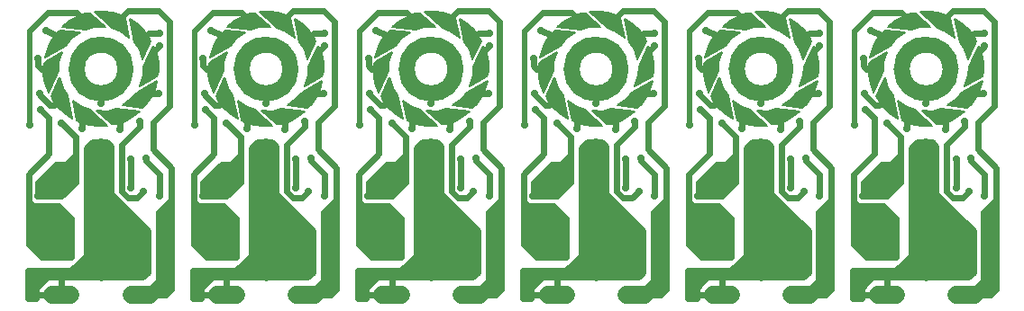
<source format=gbr>
%FSLAX34Y34*%
%MOMM*%
%LNCOPPER_TOP*%
G71*
G01*
%ADD10C, 0.700*%
%ADD11C, 0.600*%
%ADD12C, 1.700*%
%ADD13C, 0.500*%
%ADD14C, 0.150*%
%ADD15R, 0.900X0.900*%
%ADD16C, 1.500*%
%LPD*%
X84000Y-116000D02*
G54D10*
D03*
X139000Y-50000D02*
G54D10*
D03*
G54D11*
X122000Y-57000D02*
X129000Y-50000D01*
X139000Y-50000D01*
X139000Y-62000D02*
G54D10*
D03*
X138000Y-107000D02*
G54D10*
D03*
G54D11*
X122000Y-111000D02*
X126000Y-107000D01*
X138000Y-107000D01*
G54D11*
X84000Y-116000D02*
X84000Y-107000D01*
X102000Y-141000D02*
G54D10*
D03*
X66000Y-140000D02*
G54D10*
D03*
G54D11*
X98000Y-128000D02*
X102000Y-132000D01*
X102000Y-141000D01*
G54D11*
X70000Y-128000D02*
X66000Y-132000D01*
X66000Y-140000D01*
X26000Y-107000D02*
G54D10*
D03*
X25000Y-74000D02*
G54D10*
D03*
X32000Y-48000D02*
G54D10*
D03*
G54D11*
X47000Y-57000D02*
X42000Y-52000D01*
X32000Y-48000D01*
G54D12*
X112500Y-296500D02*
X129500Y-296500D01*
G54D12*
X38500Y-296500D02*
X55500Y-296500D01*
G54D11*
X98000Y-40000D02*
X109000Y-29000D01*
X138000Y-29000D01*
X148000Y-39000D01*
X148000Y-119000D01*
X133000Y-134000D01*
G54D11*
X133000Y-134000D02*
X133000Y-160000D01*
X150000Y-177000D01*
X150000Y-291000D01*
X126000Y-168000D02*
G54D10*
D03*
G54D11*
X126000Y-168000D02*
X126000Y-170700D01*
X138900Y-183600D01*
X138900Y-203900D01*
X139000Y-204000D01*
X138900Y-203900D01*
X139000Y-204000D02*
G54D10*
D03*
X112000Y-196000D02*
G54D10*
D03*
X112000Y-169000D02*
G54D10*
D03*
X120000Y-133000D02*
G54D10*
D03*
G54D11*
X112000Y-169000D02*
X112000Y-196000D01*
G54D11*
X120000Y-135000D02*
X120000Y-138000D01*
X103000Y-155000D01*
X103000Y-199000D01*
X109000Y-205000D01*
X118000Y-205000D01*
X124000Y-199000D01*
X124000Y-199000D02*
G54D10*
D03*
X24500Y-204000D02*
G54D10*
D03*
X47000Y-135000D02*
G54D10*
D03*
G54D11*
X24000Y-204000D02*
X47000Y-204000D01*
X60000Y-191000D01*
X60000Y-148000D01*
X47000Y-135000D01*
G54D13*
X17000Y-50000D02*
X17000Y-137000D01*
X17000Y-137000D02*
G54D10*
D03*
X56000Y-261000D02*
G54D10*
D03*
G54D11*
X56000Y-261000D02*
X56000Y-253000D01*
X16000Y-213000D01*
X16000Y-183000D01*
X35000Y-164000D01*
X35000Y-130000D01*
X27000Y-122000D01*
X27000Y-122000D02*
G54D10*
D03*
X84000Y-153000D02*
G54D10*
D03*
X84000Y-161000D02*
G54D10*
D03*
G54D11*
X84000Y-153000D02*
X84000Y-161000D01*
X84000Y-280500D01*
G54D11*
X70000Y-40000D02*
X61000Y-31000D01*
X34000Y-31000D01*
X17000Y-48000D01*
G36*
X84000Y-153000D02*
X76000Y-153000D01*
X70000Y-159000D01*
X70000Y-260000D01*
X56000Y-274000D01*
X15000Y-274000D01*
X15000Y-301000D01*
X24000Y-301000D01*
X24000Y-291000D01*
X34000Y-281000D01*
X124000Y-281000D01*
X129000Y-276000D01*
X129000Y-237000D01*
X94000Y-202000D01*
X94000Y-157000D01*
X90000Y-153000D01*
X84000Y-153000D01*
G37*
G54D13*
X84000Y-153000D02*
X76000Y-153000D01*
X70000Y-159000D01*
X70000Y-260000D01*
X56000Y-274000D01*
X15000Y-274000D01*
X15000Y-301000D01*
X24000Y-301000D01*
X24000Y-291000D01*
X34000Y-281000D01*
X124000Y-281000D01*
X129000Y-276000D01*
X129000Y-237000D01*
X94000Y-202000D01*
X94000Y-157000D01*
X90000Y-153000D01*
X84000Y-153000D01*
G36*
X60000Y-166000D02*
X59000Y-166000D01*
X51000Y-174000D01*
X42000Y-174000D01*
X25000Y-191000D01*
X25000Y-203500D01*
X24500Y-204000D01*
X47000Y-204000D01*
X60000Y-191000D01*
X60000Y-166000D01*
G37*
G54D11*
X60000Y-166000D02*
X59000Y-166000D01*
X51000Y-174000D01*
X42000Y-174000D01*
X25000Y-191000D01*
X25000Y-203500D01*
X24500Y-204000D01*
X47000Y-204000D01*
X60000Y-191000D01*
X60000Y-166000D01*
G36*
X16000Y-213000D02*
X44000Y-213000D01*
X56000Y-225000D01*
X56000Y-261000D01*
X28000Y-261000D01*
X16000Y-249000D01*
X16000Y-213000D01*
G37*
G54D11*
X16000Y-213000D02*
X44000Y-213000D01*
X56000Y-225000D01*
X56000Y-261000D01*
X28000Y-261000D01*
X16000Y-249000D01*
X16000Y-213000D01*
G54D11*
X16000Y-209000D02*
X21000Y-214000D01*
G36*
X79958Y-123583D02*
X93964Y-136207D01*
X99059Y-136001D01*
X106599Y-133146D01*
X113418Y-129295D01*
X120292Y-123996D01*
X98350Y-121424D01*
X90205Y-123610D01*
X79958Y-123583D01*
G37*
G54D14*
X79958Y-123583D02*
X93964Y-136207D01*
X99059Y-136001D01*
X106599Y-133146D01*
X113418Y-129295D01*
X120292Y-123996D01*
X98350Y-121424D01*
X90205Y-123610D01*
X79958Y-123583D01*
G36*
X57453Y-113644D02*
X61364Y-132089D01*
X65607Y-134918D01*
X73385Y-137039D01*
X81165Y-137932D01*
X89841Y-137686D01*
X73602Y-122707D01*
X65728Y-119688D01*
X57453Y-113644D01*
G37*
G54D14*
X57453Y-113644D02*
X61364Y-132089D01*
X65607Y-134918D01*
X73385Y-137039D01*
X81165Y-137932D01*
X89841Y-137686D01*
X73602Y-122707D01*
X65728Y-119688D01*
X57453Y-113644D01*
G36*
X45125Y-92236D02*
X37448Y-109457D01*
X39217Y-114239D01*
X44263Y-120527D01*
X50033Y-125823D01*
X57196Y-130724D01*
X52863Y-109061D01*
X48266Y-101990D01*
X45125Y-92236D01*
G37*
G54D14*
X45125Y-92236D02*
X37448Y-109457D01*
X39217Y-114239D01*
X44263Y-120527D01*
X50033Y-125823D01*
X57196Y-130724D01*
X52863Y-109061D01*
X48266Y-101990D01*
X45125Y-92236D01*
G36*
X47406Y-68038D02*
X31072Y-77457D01*
X29693Y-82366D01*
X30079Y-90419D01*
X31634Y-98095D01*
X34549Y-106270D01*
X43776Y-86197D01*
X44214Y-77775D01*
X47406Y-68038D01*
G37*
G54D14*
X47406Y-68038D02*
X31072Y-77457D01*
X29693Y-82366D01*
X30079Y-90419D01*
X31634Y-98095D01*
X34549Y-106270D01*
X43776Y-86197D01*
X44214Y-77775D01*
X47406Y-68038D01*
G36*
X64130Y-49616D02*
X45379Y-47636D01*
X41378Y-50796D01*
X36956Y-57538D01*
X33703Y-64662D01*
X31256Y-72989D01*
X50520Y-62174D01*
X55824Y-55617D01*
X64130Y-49616D01*
G37*
G54D14*
X64130Y-49616D02*
X45379Y-47636D01*
X41378Y-50796D01*
X36956Y-57538D01*
X33703Y-64662D01*
X31256Y-72989D01*
X50520Y-62174D01*
X55824Y-55617D01*
X64130Y-49616D01*
G36*
X88057Y-44430D02*
X74051Y-31806D01*
X68956Y-32012D01*
X61416Y-34867D01*
X54597Y-38718D01*
X47723Y-44016D01*
X69664Y-46589D01*
X77810Y-44403D01*
X88057Y-44430D01*
G37*
G54D14*
X88057Y-44430D02*
X74051Y-31806D01*
X68956Y-32012D01*
X61416Y-34867D01*
X54597Y-38718D01*
X47723Y-44016D01*
X69664Y-46589D01*
X77810Y-44403D01*
X88057Y-44430D01*
G36*
X110572Y-54474D02*
X106662Y-36029D01*
X102419Y-33201D01*
X94641Y-31079D01*
X86860Y-30187D01*
X78185Y-30432D01*
X94424Y-45411D01*
X102298Y-48430D01*
X110572Y-54474D01*
G37*
G54D14*
X110572Y-54474D02*
X106662Y-36029D01*
X102419Y-33201D01*
X94641Y-31079D01*
X86860Y-30187D01*
X78185Y-30432D01*
X94424Y-45411D01*
X102298Y-48430D01*
X110572Y-54474D01*
G36*
X123093Y-75266D02*
X130830Y-58172D01*
X129094Y-53671D01*
X124048Y-47383D01*
X118279Y-42088D01*
X111116Y-37187D01*
X115449Y-58850D01*
X120045Y-65921D01*
X123093Y-75266D01*
G37*
G54D14*
X123093Y-75266D02*
X130830Y-58172D01*
X129094Y-53671D01*
X124048Y-47383D01*
X118279Y-42088D01*
X111116Y-37187D01*
X115449Y-58850D01*
X120045Y-65921D01*
X123093Y-75266D01*
G36*
X120373Y-100042D02*
X136706Y-90622D01*
X138085Y-85713D01*
X137699Y-77660D01*
X136144Y-69985D01*
X133229Y-61810D01*
X124002Y-81882D01*
X123564Y-90304D01*
X120373Y-100042D01*
G37*
G54D14*
X120373Y-100042D02*
X136706Y-90622D01*
X138085Y-85713D01*
X137699Y-77660D01*
X136144Y-69985D01*
X133229Y-61810D01*
X124002Y-81882D01*
X123564Y-90304D01*
X120373Y-100042D01*
G36*
X103885Y-118398D02*
X122636Y-120377D01*
X126637Y-117217D01*
X131058Y-110475D01*
X134312Y-103351D01*
X136759Y-95024D01*
X117495Y-105840D01*
X112191Y-112396D01*
X103885Y-118398D01*
G37*
G54D14*
X103885Y-118398D02*
X122636Y-120377D01*
X126637Y-117217D01*
X131058Y-110475D01*
X134312Y-103351D01*
X136759Y-95024D01*
X117495Y-105840D01*
X112191Y-112396D01*
X103885Y-118398D01*
X122000Y-111000D02*
G54D15*
D03*
X131000Y-82000D02*
G54D15*
D03*
X122000Y-56000D02*
G54D15*
D03*
X98000Y-39000D02*
G54D15*
D03*
X69000Y-39000D02*
G54D15*
D03*
X46000Y-57000D02*
G54D15*
D03*
X37000Y-84000D02*
G54D15*
D03*
X47000Y-111000D02*
G54D15*
D03*
X70000Y-128000D02*
G54D15*
D03*
X99000Y-128000D02*
G54D15*
D03*
G54D16*
G75*
G01X107000Y-84000D02*
G03X107000Y-84000I-23000J0D01*
G01*
G54D11*
X26000Y-107000D02*
X26000Y-108000D01*
X36000Y-118000D01*
X40000Y-118000D01*
X47000Y-111000D01*
G54D11*
X37000Y-84000D02*
X28000Y-84000D01*
X25000Y-81000D01*
X25000Y-74000D01*
G54D11*
X47000Y-296500D02*
X17500Y-296500D01*
X17000Y-297000D01*
G54D11*
X47000Y-296500D02*
X47000Y-278000D01*
G36*
X121000Y-296500D02*
X124500Y-296500D01*
X138000Y-283000D01*
X138000Y-219000D01*
X150000Y-207000D01*
X150000Y-292000D01*
X145000Y-297000D01*
X121500Y-297000D01*
X121000Y-296500D01*
G37*
G54D11*
X121000Y-296500D02*
X124500Y-296500D01*
X138000Y-283000D01*
X138000Y-219000D01*
X150000Y-207000D01*
X150000Y-292000D01*
X145000Y-297000D01*
X121500Y-297000D01*
X121000Y-296500D01*
G54D11*
X139000Y-62000D02*
X134000Y-67000D01*
X239000Y-116000D02*
G54D10*
D03*
X294000Y-50000D02*
G54D10*
D03*
G54D11*
X277000Y-57000D02*
X284000Y-50000D01*
X294000Y-50000D01*
X294000Y-62000D02*
G54D10*
D03*
X293000Y-107000D02*
G54D10*
D03*
G54D11*
X277000Y-111000D02*
X281000Y-107000D01*
X293000Y-107000D01*
G54D11*
X239000Y-116000D02*
X239000Y-107000D01*
X257000Y-141000D02*
G54D10*
D03*
X221000Y-140000D02*
G54D10*
D03*
G54D11*
X253000Y-128000D02*
X257000Y-132000D01*
X257000Y-141000D01*
G54D11*
X225000Y-128000D02*
X221000Y-132000D01*
X221000Y-140000D01*
X181000Y-107000D02*
G54D10*
D03*
X180000Y-74000D02*
G54D10*
D03*
X187000Y-48000D02*
G54D10*
D03*
G54D11*
X202000Y-57000D02*
X197000Y-52000D01*
X187000Y-48000D01*
G54D12*
X267500Y-296500D02*
X284500Y-296500D01*
G54D12*
X193500Y-296500D02*
X210500Y-296500D01*
G54D11*
X253000Y-40000D02*
X264000Y-29000D01*
X293000Y-29000D01*
X303000Y-39000D01*
X303000Y-119000D01*
X288000Y-134000D01*
G54D11*
X288000Y-134000D02*
X288000Y-160000D01*
X305000Y-177000D01*
X305000Y-291000D01*
X281000Y-168000D02*
G54D10*
D03*
G54D11*
X281000Y-168000D02*
X281000Y-170700D01*
X293900Y-183600D01*
X293900Y-203900D01*
X294000Y-204000D01*
X293900Y-203900D01*
X294000Y-204000D02*
G54D10*
D03*
X267000Y-196000D02*
G54D10*
D03*
X267000Y-169000D02*
G54D10*
D03*
X275000Y-133000D02*
G54D10*
D03*
G54D11*
X267000Y-169000D02*
X267000Y-196000D01*
G54D11*
X275000Y-135000D02*
X275000Y-138000D01*
X258000Y-155000D01*
X258000Y-199000D01*
X264000Y-205000D01*
X273000Y-205000D01*
X279000Y-199000D01*
X279000Y-199000D02*
G54D10*
D03*
X179500Y-204000D02*
G54D10*
D03*
X202000Y-135000D02*
G54D10*
D03*
G54D11*
X179000Y-204000D02*
X202000Y-204000D01*
X215000Y-191000D01*
X215000Y-148000D01*
X202000Y-135000D01*
G54D13*
X172000Y-50000D02*
X172000Y-137000D01*
X172000Y-137000D02*
G54D10*
D03*
X211000Y-261000D02*
G54D10*
D03*
G54D11*
X211000Y-261000D02*
X211000Y-253000D01*
X171000Y-213000D01*
X171000Y-183000D01*
X190000Y-164000D01*
X190000Y-130000D01*
X182000Y-122000D01*
X182000Y-122000D02*
G54D10*
D03*
X239000Y-153000D02*
G54D10*
D03*
X239000Y-161000D02*
G54D10*
D03*
G54D11*
X239000Y-153000D02*
X239000Y-161000D01*
X239000Y-280500D01*
G54D11*
X225000Y-40000D02*
X216000Y-31000D01*
X189000Y-31000D01*
X172000Y-48000D01*
G36*
X239000Y-153000D02*
X231000Y-153000D01*
X225000Y-159000D01*
X225000Y-260000D01*
X211000Y-274000D01*
X170000Y-274000D01*
X170000Y-301000D01*
X179000Y-301000D01*
X179000Y-291000D01*
X189000Y-281000D01*
X279000Y-281000D01*
X284000Y-276000D01*
X284000Y-237000D01*
X249000Y-202000D01*
X249000Y-157000D01*
X245000Y-153000D01*
X239000Y-153000D01*
G37*
G54D13*
X239000Y-153000D02*
X231000Y-153000D01*
X225000Y-159000D01*
X225000Y-260000D01*
X211000Y-274000D01*
X170000Y-274000D01*
X170000Y-301000D01*
X179000Y-301000D01*
X179000Y-291000D01*
X189000Y-281000D01*
X279000Y-281000D01*
X284000Y-276000D01*
X284000Y-237000D01*
X249000Y-202000D01*
X249000Y-157000D01*
X245000Y-153000D01*
X239000Y-153000D01*
G36*
X215000Y-166000D02*
X214000Y-166000D01*
X206000Y-174000D01*
X197000Y-174000D01*
X180000Y-191000D01*
X180000Y-203500D01*
X179500Y-204000D01*
X202000Y-204000D01*
X215000Y-191000D01*
X215000Y-166000D01*
G37*
G54D11*
X215000Y-166000D02*
X214000Y-166000D01*
X206000Y-174000D01*
X197000Y-174000D01*
X180000Y-191000D01*
X180000Y-203500D01*
X179500Y-204000D01*
X202000Y-204000D01*
X215000Y-191000D01*
X215000Y-166000D01*
G36*
X171000Y-213000D02*
X199000Y-213000D01*
X211000Y-225000D01*
X211000Y-261000D01*
X183000Y-261000D01*
X171000Y-249000D01*
X171000Y-213000D01*
G37*
G54D11*
X171000Y-213000D02*
X199000Y-213000D01*
X211000Y-225000D01*
X211000Y-261000D01*
X183000Y-261000D01*
X171000Y-249000D01*
X171000Y-213000D01*
G54D11*
X171000Y-209000D02*
X176000Y-214000D01*
G36*
X234958Y-123583D02*
X248964Y-136207D01*
X254059Y-136001D01*
X261599Y-133146D01*
X268418Y-129295D01*
X275292Y-123996D01*
X253350Y-121424D01*
X245205Y-123610D01*
X234958Y-123583D01*
G37*
G54D14*
X234958Y-123583D02*
X248964Y-136207D01*
X254059Y-136001D01*
X261599Y-133146D01*
X268418Y-129295D01*
X275292Y-123996D01*
X253350Y-121424D01*
X245205Y-123610D01*
X234958Y-123583D01*
G36*
X212453Y-113644D02*
X216364Y-132089D01*
X220607Y-134918D01*
X228385Y-137039D01*
X236165Y-137932D01*
X244841Y-137686D01*
X228602Y-122707D01*
X220728Y-119688D01*
X212453Y-113644D01*
G37*
G54D14*
X212453Y-113644D02*
X216364Y-132089D01*
X220607Y-134918D01*
X228385Y-137039D01*
X236165Y-137932D01*
X244841Y-137686D01*
X228602Y-122707D01*
X220728Y-119688D01*
X212453Y-113644D01*
G36*
X200125Y-92236D02*
X192448Y-109457D01*
X194217Y-114239D01*
X199263Y-120527D01*
X205033Y-125823D01*
X212196Y-130724D01*
X207863Y-109061D01*
X203266Y-101990D01*
X200125Y-92236D01*
G37*
G54D14*
X200125Y-92236D02*
X192448Y-109457D01*
X194217Y-114239D01*
X199263Y-120527D01*
X205033Y-125823D01*
X212196Y-130724D01*
X207863Y-109061D01*
X203266Y-101990D01*
X200125Y-92236D01*
G36*
X202406Y-68038D02*
X186072Y-77457D01*
X184693Y-82366D01*
X185079Y-90419D01*
X186634Y-98095D01*
X189549Y-106270D01*
X198776Y-86197D01*
X199214Y-77775D01*
X202406Y-68038D01*
G37*
G54D14*
X202406Y-68038D02*
X186072Y-77457D01*
X184693Y-82366D01*
X185079Y-90419D01*
X186634Y-98095D01*
X189549Y-106270D01*
X198776Y-86197D01*
X199214Y-77775D01*
X202406Y-68038D01*
G36*
X219130Y-49616D02*
X200379Y-47636D01*
X196378Y-50796D01*
X191956Y-57538D01*
X188703Y-64662D01*
X186256Y-72989D01*
X205520Y-62174D01*
X210824Y-55617D01*
X219130Y-49616D01*
G37*
G54D14*
X219130Y-49616D02*
X200379Y-47636D01*
X196378Y-50796D01*
X191956Y-57538D01*
X188703Y-64662D01*
X186256Y-72989D01*
X205520Y-62174D01*
X210824Y-55617D01*
X219130Y-49616D01*
G36*
X243057Y-44430D02*
X229051Y-31806D01*
X223956Y-32012D01*
X216416Y-34867D01*
X209597Y-38718D01*
X202723Y-44016D01*
X224664Y-46589D01*
X232810Y-44403D01*
X243057Y-44430D01*
G37*
G54D14*
X243057Y-44430D02*
X229051Y-31806D01*
X223956Y-32012D01*
X216416Y-34867D01*
X209597Y-38718D01*
X202723Y-44016D01*
X224664Y-46589D01*
X232810Y-44403D01*
X243057Y-44430D01*
G36*
X265572Y-54474D02*
X261662Y-36029D01*
X257419Y-33201D01*
X249641Y-31079D01*
X241860Y-30187D01*
X233185Y-30433D01*
X249424Y-45411D01*
X257298Y-48430D01*
X265572Y-54474D01*
G37*
G54D14*
X265572Y-54474D02*
X261662Y-36029D01*
X257419Y-33201D01*
X249641Y-31079D01*
X241860Y-30187D01*
X233185Y-30433D01*
X249424Y-45411D01*
X257298Y-48430D01*
X265572Y-54474D01*
G36*
X278093Y-75266D02*
X285830Y-58172D01*
X284094Y-53671D01*
X279048Y-47383D01*
X273279Y-42088D01*
X266116Y-37187D01*
X270449Y-58850D01*
X275045Y-65921D01*
X278093Y-75266D01*
G37*
G54D14*
X278093Y-75266D02*
X285830Y-58172D01*
X284094Y-53671D01*
X279048Y-47383D01*
X273279Y-42088D01*
X266116Y-37187D01*
X270449Y-58850D01*
X275045Y-65921D01*
X278093Y-75266D01*
G36*
X275373Y-100042D02*
X291706Y-90622D01*
X293085Y-85713D01*
X292699Y-77660D01*
X291144Y-69985D01*
X288229Y-61810D01*
X279002Y-81882D01*
X278564Y-90304D01*
X275373Y-100042D01*
G37*
G54D14*
X275373Y-100042D02*
X291706Y-90622D01*
X293085Y-85713D01*
X292699Y-77660D01*
X291144Y-69985D01*
X288229Y-61810D01*
X279002Y-81882D01*
X278564Y-90304D01*
X275373Y-100042D01*
G36*
X258885Y-118398D02*
X277636Y-120377D01*
X281637Y-117217D01*
X286058Y-110475D01*
X289312Y-103351D01*
X291759Y-95024D01*
X272495Y-105840D01*
X267191Y-112396D01*
X258885Y-118398D01*
G37*
G54D14*
X258885Y-118398D02*
X277636Y-120377D01*
X281637Y-117217D01*
X286058Y-110475D01*
X289312Y-103351D01*
X291759Y-95024D01*
X272495Y-105840D01*
X267191Y-112396D01*
X258885Y-118398D01*
X277000Y-111000D02*
G54D15*
D03*
X286000Y-82000D02*
G54D15*
D03*
X277000Y-56000D02*
G54D15*
D03*
X253000Y-39000D02*
G54D15*
D03*
X224000Y-39000D02*
G54D15*
D03*
X201000Y-57000D02*
G54D15*
D03*
X192000Y-84000D02*
G54D15*
D03*
X202000Y-111000D02*
G54D15*
D03*
X225000Y-128000D02*
G54D15*
D03*
X254000Y-128000D02*
G54D15*
D03*
G54D16*
G75*
G01X262000Y-84000D02*
G03X262000Y-84000I-23000J0D01*
G01*
G54D11*
X181000Y-107000D02*
X181000Y-108000D01*
X191000Y-118000D01*
X195000Y-118000D01*
X202000Y-111000D01*
G54D11*
X192000Y-84000D02*
X183000Y-84000D01*
X180000Y-81000D01*
X180000Y-74000D01*
G54D11*
X202000Y-296500D02*
X172500Y-296500D01*
X172000Y-297000D01*
G54D11*
X202000Y-296500D02*
X202000Y-278000D01*
G36*
X276000Y-296500D02*
X279500Y-296500D01*
X293000Y-283000D01*
X293000Y-219000D01*
X305000Y-207000D01*
X305000Y-292000D01*
X300000Y-297000D01*
X276500Y-297000D01*
X276000Y-296500D01*
G37*
G54D11*
X276000Y-296500D02*
X279500Y-296500D01*
X293000Y-283000D01*
X293000Y-219000D01*
X305000Y-207000D01*
X305000Y-292000D01*
X300000Y-297000D01*
X276500Y-297000D01*
X276000Y-296500D01*
G54D11*
X294000Y-62000D02*
X289000Y-67000D01*
X394000Y-116000D02*
G54D10*
D03*
X449000Y-50000D02*
G54D10*
D03*
G54D11*
X432000Y-57000D02*
X439000Y-50000D01*
X449000Y-50000D01*
X449000Y-62000D02*
G54D10*
D03*
X448000Y-107000D02*
G54D10*
D03*
G54D11*
X432000Y-111000D02*
X436000Y-107000D01*
X448000Y-107000D01*
G54D11*
X394000Y-116000D02*
X394000Y-107000D01*
X412000Y-141000D02*
G54D10*
D03*
X376000Y-140000D02*
G54D10*
D03*
G54D11*
X408000Y-128000D02*
X412000Y-132000D01*
X412000Y-141000D01*
G54D11*
X380000Y-128000D02*
X376000Y-132000D01*
X376000Y-140000D01*
X336000Y-107000D02*
G54D10*
D03*
X335000Y-74000D02*
G54D10*
D03*
X342000Y-48000D02*
G54D10*
D03*
G54D11*
X357000Y-57000D02*
X352000Y-52000D01*
X342000Y-48000D01*
G54D12*
X422500Y-296500D02*
X439500Y-296500D01*
G54D12*
X348500Y-296500D02*
X365500Y-296500D01*
G54D11*
X408000Y-40000D02*
X419000Y-29000D01*
X448000Y-29000D01*
X458000Y-39000D01*
X458000Y-119000D01*
X443000Y-134000D01*
G54D11*
X443000Y-134000D02*
X443000Y-160000D01*
X460000Y-177000D01*
X460000Y-291000D01*
X436000Y-168000D02*
G54D10*
D03*
G54D11*
X436000Y-168000D02*
X436000Y-170700D01*
X448900Y-183600D01*
X448900Y-203900D01*
X449000Y-204000D01*
X448900Y-203900D01*
X449000Y-204000D02*
G54D10*
D03*
X422000Y-196000D02*
G54D10*
D03*
X422000Y-169000D02*
G54D10*
D03*
X430000Y-133000D02*
G54D10*
D03*
G54D11*
X422000Y-169000D02*
X422000Y-196000D01*
G54D11*
X430000Y-135000D02*
X430000Y-138000D01*
X413000Y-155000D01*
X413000Y-199000D01*
X419000Y-205000D01*
X428000Y-205000D01*
X434000Y-199000D01*
X434000Y-199000D02*
G54D10*
D03*
X334500Y-204000D02*
G54D10*
D03*
X357000Y-135000D02*
G54D10*
D03*
G54D11*
X334000Y-204000D02*
X357000Y-204000D01*
X370000Y-191000D01*
X370000Y-148000D01*
X357000Y-135000D01*
G54D13*
X327000Y-50000D02*
X327000Y-137000D01*
X327000Y-137000D02*
G54D10*
D03*
X366000Y-261000D02*
G54D10*
D03*
G54D11*
X366000Y-261000D02*
X366000Y-253000D01*
X326000Y-213000D01*
X326000Y-183000D01*
X345000Y-164000D01*
X345000Y-130000D01*
X337000Y-122000D01*
X337000Y-122000D02*
G54D10*
D03*
X394000Y-153000D02*
G54D10*
D03*
X394000Y-161000D02*
G54D10*
D03*
G54D11*
X394000Y-153000D02*
X394000Y-161000D01*
X394000Y-280500D01*
G54D11*
X380000Y-40000D02*
X371000Y-31000D01*
X344000Y-31000D01*
X327000Y-48000D01*
G36*
X394000Y-153000D02*
X386000Y-153000D01*
X380000Y-159000D01*
X380000Y-260000D01*
X366000Y-274000D01*
X325000Y-274000D01*
X325000Y-301000D01*
X334000Y-301000D01*
X334000Y-291000D01*
X344000Y-281000D01*
X434000Y-281000D01*
X439000Y-276000D01*
X439000Y-237000D01*
X404000Y-202000D01*
X404000Y-157000D01*
X400000Y-153000D01*
X394000Y-153000D01*
G37*
G54D13*
X394000Y-153000D02*
X386000Y-153000D01*
X380000Y-159000D01*
X380000Y-260000D01*
X366000Y-274000D01*
X325000Y-274000D01*
X325000Y-301000D01*
X334000Y-301000D01*
X334000Y-291000D01*
X344000Y-281000D01*
X434000Y-281000D01*
X439000Y-276000D01*
X439000Y-237000D01*
X404000Y-202000D01*
X404000Y-157000D01*
X400000Y-153000D01*
X394000Y-153000D01*
G36*
X370000Y-166000D02*
X369000Y-166000D01*
X361000Y-174000D01*
X352000Y-174000D01*
X335000Y-191000D01*
X335000Y-203500D01*
X334500Y-204000D01*
X357000Y-204000D01*
X370000Y-191000D01*
X370000Y-166000D01*
G37*
G54D11*
X370000Y-166000D02*
X369000Y-166000D01*
X361000Y-174000D01*
X352000Y-174000D01*
X335000Y-191000D01*
X335000Y-203500D01*
X334500Y-204000D01*
X357000Y-204000D01*
X370000Y-191000D01*
X370000Y-166000D01*
G36*
X326000Y-213000D02*
X354000Y-213000D01*
X366000Y-225000D01*
X366000Y-261000D01*
X338000Y-261000D01*
X326000Y-249000D01*
X326000Y-213000D01*
G37*
G54D11*
X326000Y-213000D02*
X354000Y-213000D01*
X366000Y-225000D01*
X366000Y-261000D01*
X338000Y-261000D01*
X326000Y-249000D01*
X326000Y-213000D01*
G54D11*
X326000Y-209000D02*
X331000Y-214000D01*
G36*
X389958Y-123583D02*
X403964Y-136207D01*
X409059Y-136001D01*
X416599Y-133146D01*
X423418Y-129295D01*
X430292Y-123996D01*
X408350Y-121424D01*
X400205Y-123610D01*
X389958Y-123583D01*
G37*
G54D14*
X389958Y-123583D02*
X403964Y-136207D01*
X409059Y-136001D01*
X416599Y-133146D01*
X423418Y-129295D01*
X430292Y-123996D01*
X408350Y-121424D01*
X400205Y-123610D01*
X389958Y-123583D01*
G36*
X367453Y-113644D02*
X371364Y-132089D01*
X375607Y-134918D01*
X383385Y-137039D01*
X391165Y-137932D01*
X399841Y-137686D01*
X383602Y-122707D01*
X375728Y-119688D01*
X367453Y-113644D01*
G37*
G54D14*
X367453Y-113644D02*
X371364Y-132089D01*
X375607Y-134918D01*
X383385Y-137039D01*
X391165Y-137932D01*
X399841Y-137686D01*
X383602Y-122707D01*
X375728Y-119688D01*
X367453Y-113644D01*
G36*
X355125Y-92236D02*
X347448Y-109457D01*
X349217Y-114239D01*
X354263Y-120527D01*
X360033Y-125823D01*
X367196Y-130724D01*
X362863Y-109061D01*
X358266Y-101990D01*
X355125Y-92236D01*
G37*
G54D14*
X355125Y-92236D02*
X347448Y-109457D01*
X349217Y-114239D01*
X354263Y-120527D01*
X360033Y-125823D01*
X367196Y-130724D01*
X362863Y-109061D01*
X358266Y-101990D01*
X355125Y-92236D01*
G36*
X357406Y-68038D02*
X341072Y-77457D01*
X339693Y-82366D01*
X340079Y-90419D01*
X341634Y-98095D01*
X344549Y-106270D01*
X353776Y-86197D01*
X354214Y-77775D01*
X357406Y-68038D01*
G37*
G54D14*
X357406Y-68038D02*
X341072Y-77457D01*
X339693Y-82366D01*
X340079Y-90419D01*
X341634Y-98095D01*
X344549Y-106270D01*
X353776Y-86197D01*
X354214Y-77775D01*
X357406Y-68038D01*
G36*
X374130Y-49616D02*
X355379Y-47636D01*
X351378Y-50796D01*
X346956Y-57538D01*
X343703Y-64662D01*
X341256Y-72989D01*
X360520Y-62174D01*
X365824Y-55617D01*
X374130Y-49616D01*
G37*
G54D14*
X374130Y-49616D02*
X355379Y-47636D01*
X351378Y-50796D01*
X346956Y-57538D01*
X343703Y-64662D01*
X341256Y-72989D01*
X360520Y-62174D01*
X365824Y-55617D01*
X374130Y-49616D01*
G36*
X398057Y-44430D02*
X384051Y-31806D01*
X378956Y-32012D01*
X371416Y-34867D01*
X364597Y-38718D01*
X357723Y-44016D01*
X379664Y-46589D01*
X387810Y-44403D01*
X398057Y-44430D01*
G37*
G54D14*
X398057Y-44430D02*
X384051Y-31806D01*
X378956Y-32012D01*
X371416Y-34867D01*
X364597Y-38718D01*
X357723Y-44016D01*
X379664Y-46589D01*
X387810Y-44403D01*
X398057Y-44430D01*
G36*
X420572Y-54474D02*
X416662Y-36029D01*
X412419Y-33201D01*
X404641Y-31079D01*
X396860Y-30187D01*
X388185Y-30433D01*
X404424Y-45411D01*
X412298Y-48430D01*
X420572Y-54474D01*
G37*
G54D14*
X420572Y-54474D02*
X416662Y-36029D01*
X412419Y-33201D01*
X404641Y-31079D01*
X396860Y-30187D01*
X388185Y-30433D01*
X404424Y-45411D01*
X412298Y-48430D01*
X420572Y-54474D01*
G36*
X433094Y-75266D02*
X440830Y-58172D01*
X439094Y-53671D01*
X434048Y-47383D01*
X428279Y-42088D01*
X421116Y-37187D01*
X425449Y-58850D01*
X430045Y-65921D01*
X433094Y-75266D01*
G37*
G54D14*
X433094Y-75266D02*
X440830Y-58172D01*
X439094Y-53671D01*
X434048Y-47383D01*
X428279Y-42088D01*
X421116Y-37187D01*
X425449Y-58850D01*
X430045Y-65921D01*
X433094Y-75266D01*
G36*
X430373Y-100042D02*
X446706Y-90622D01*
X448086Y-85713D01*
X447700Y-77660D01*
X446144Y-69985D01*
X443230Y-61810D01*
X434002Y-81882D01*
X433564Y-90304D01*
X430373Y-100042D01*
G37*
G54D14*
X430373Y-100042D02*
X446706Y-90622D01*
X448086Y-85713D01*
X447700Y-77660D01*
X446144Y-69985D01*
X443230Y-61810D01*
X434002Y-81882D01*
X433564Y-90304D01*
X430373Y-100042D01*
G36*
X413885Y-118398D02*
X432636Y-120377D01*
X436637Y-117217D01*
X441058Y-110475D01*
X444312Y-103351D01*
X446759Y-95024D01*
X427495Y-105840D01*
X422191Y-112396D01*
X413885Y-118398D01*
G37*
G54D14*
X413885Y-118398D02*
X432636Y-120377D01*
X436637Y-117217D01*
X441058Y-110475D01*
X444312Y-103351D01*
X446759Y-95024D01*
X427495Y-105840D01*
X422191Y-112396D01*
X413885Y-118398D01*
X432000Y-111000D02*
G54D15*
D03*
X441000Y-82000D02*
G54D15*
D03*
X432000Y-56000D02*
G54D15*
D03*
X408000Y-39000D02*
G54D15*
D03*
X379000Y-39000D02*
G54D15*
D03*
X356000Y-57000D02*
G54D15*
D03*
X347000Y-84000D02*
G54D15*
D03*
X357000Y-111000D02*
G54D15*
D03*
X380000Y-128000D02*
G54D15*
D03*
X409000Y-128000D02*
G54D15*
D03*
G54D16*
G75*
G01X417000Y-84000D02*
G03X417000Y-84000I-23000J0D01*
G01*
G54D11*
X336000Y-107000D02*
X336000Y-108000D01*
X346000Y-118000D01*
X350000Y-118000D01*
X357000Y-111000D01*
G54D11*
X347000Y-84000D02*
X338000Y-84000D01*
X335000Y-81000D01*
X335000Y-74000D01*
G54D11*
X357000Y-296500D02*
X327500Y-296500D01*
X327000Y-297000D01*
G54D11*
X357000Y-296500D02*
X357000Y-278000D01*
G36*
X431000Y-296500D02*
X434500Y-296500D01*
X448000Y-283000D01*
X448000Y-219000D01*
X460000Y-207000D01*
X460000Y-292000D01*
X455000Y-297000D01*
X431500Y-297000D01*
X431000Y-296500D01*
G37*
G54D11*
X431000Y-296500D02*
X434500Y-296500D01*
X448000Y-283000D01*
X448000Y-219000D01*
X460000Y-207000D01*
X460000Y-292000D01*
X455000Y-297000D01*
X431500Y-297000D01*
X431000Y-296500D01*
G54D11*
X449000Y-62000D02*
X444000Y-67000D01*
X549000Y-116000D02*
G54D10*
D03*
X604000Y-50000D02*
G54D10*
D03*
G54D11*
X587000Y-57000D02*
X594000Y-50000D01*
X604000Y-50000D01*
X604000Y-62000D02*
G54D10*
D03*
X603000Y-107000D02*
G54D10*
D03*
G54D11*
X587000Y-111000D02*
X591000Y-107000D01*
X603000Y-107000D01*
G54D11*
X549000Y-116000D02*
X549000Y-107000D01*
X567000Y-141000D02*
G54D10*
D03*
X531000Y-140000D02*
G54D10*
D03*
G54D11*
X563000Y-128000D02*
X567000Y-132000D01*
X567000Y-141000D01*
G54D11*
X535000Y-128000D02*
X531000Y-132000D01*
X531000Y-140000D01*
X491000Y-107000D02*
G54D10*
D03*
X490000Y-74000D02*
G54D10*
D03*
X497000Y-48000D02*
G54D10*
D03*
G54D11*
X512000Y-57000D02*
X507000Y-52000D01*
X497000Y-48000D01*
G54D12*
X577500Y-296500D02*
X594500Y-296500D01*
G54D12*
X503500Y-296500D02*
X520500Y-296500D01*
G54D11*
X563000Y-40000D02*
X574000Y-29000D01*
X603000Y-29000D01*
X613000Y-39000D01*
X613000Y-119000D01*
X598000Y-134000D01*
G54D11*
X598000Y-134000D02*
X598000Y-160000D01*
X615000Y-177000D01*
X615000Y-291000D01*
X591000Y-168000D02*
G54D10*
D03*
G54D11*
X591000Y-168000D02*
X591000Y-170700D01*
X603900Y-183600D01*
X603900Y-203900D01*
X604000Y-204000D01*
X603900Y-203900D01*
X604000Y-204000D02*
G54D10*
D03*
X577000Y-196000D02*
G54D10*
D03*
X577000Y-169000D02*
G54D10*
D03*
X585000Y-133000D02*
G54D10*
D03*
G54D11*
X577000Y-169000D02*
X577000Y-196000D01*
G54D11*
X585000Y-135000D02*
X585000Y-138000D01*
X568000Y-155000D01*
X568000Y-199000D01*
X574000Y-205000D01*
X583000Y-205000D01*
X589000Y-199000D01*
X589000Y-199000D02*
G54D10*
D03*
X489500Y-204000D02*
G54D10*
D03*
X512000Y-135000D02*
G54D10*
D03*
G54D11*
X489000Y-204000D02*
X512000Y-204000D01*
X525000Y-191000D01*
X525000Y-148000D01*
X512000Y-135000D01*
G54D13*
X482000Y-50000D02*
X482000Y-137000D01*
X482000Y-137000D02*
G54D10*
D03*
X521000Y-261000D02*
G54D10*
D03*
G54D11*
X521000Y-261000D02*
X521000Y-253000D01*
X481000Y-213000D01*
X481000Y-183000D01*
X500000Y-164000D01*
X500000Y-130000D01*
X492000Y-122000D01*
X492000Y-122000D02*
G54D10*
D03*
X549000Y-153000D02*
G54D10*
D03*
X549000Y-161000D02*
G54D10*
D03*
G54D11*
X549000Y-153000D02*
X549000Y-161000D01*
X549000Y-280500D01*
G54D11*
X535000Y-40000D02*
X526000Y-31000D01*
X499000Y-31000D01*
X482000Y-48000D01*
G36*
X549000Y-153000D02*
X541000Y-153000D01*
X535000Y-159000D01*
X535000Y-260000D01*
X521000Y-274000D01*
X480000Y-274000D01*
X480000Y-301000D01*
X489000Y-301000D01*
X489000Y-291000D01*
X499000Y-281000D01*
X589000Y-281000D01*
X594000Y-276000D01*
X594000Y-237000D01*
X559000Y-202000D01*
X559000Y-157000D01*
X555000Y-153000D01*
X549000Y-153000D01*
G37*
G54D13*
X549000Y-153000D02*
X541000Y-153000D01*
X535000Y-159000D01*
X535000Y-260000D01*
X521000Y-274000D01*
X480000Y-274000D01*
X480000Y-301000D01*
X489000Y-301000D01*
X489000Y-291000D01*
X499000Y-281000D01*
X589000Y-281000D01*
X594000Y-276000D01*
X594000Y-237000D01*
X559000Y-202000D01*
X559000Y-157000D01*
X555000Y-153000D01*
X549000Y-153000D01*
G36*
X525000Y-166000D02*
X524000Y-166000D01*
X516000Y-174000D01*
X507000Y-174000D01*
X490000Y-191000D01*
X490000Y-203500D01*
X489500Y-204000D01*
X512000Y-204000D01*
X525000Y-191000D01*
X525000Y-166000D01*
G37*
G54D11*
X525000Y-166000D02*
X524000Y-166000D01*
X516000Y-174000D01*
X507000Y-174000D01*
X490000Y-191000D01*
X490000Y-203500D01*
X489500Y-204000D01*
X512000Y-204000D01*
X525000Y-191000D01*
X525000Y-166000D01*
G36*
X481000Y-213000D02*
X509000Y-213000D01*
X521000Y-225000D01*
X521000Y-261000D01*
X493000Y-261000D01*
X481000Y-249000D01*
X481000Y-213000D01*
G37*
G54D11*
X481000Y-213000D02*
X509000Y-213000D01*
X521000Y-225000D01*
X521000Y-261000D01*
X493000Y-261000D01*
X481000Y-249000D01*
X481000Y-213000D01*
G54D11*
X481000Y-209000D02*
X486000Y-214000D01*
G36*
X544958Y-123583D02*
X558964Y-136207D01*
X564059Y-136001D01*
X571599Y-133146D01*
X578418Y-129295D01*
X585292Y-123996D01*
X563350Y-121424D01*
X555205Y-123610D01*
X544958Y-123583D01*
G37*
G54D14*
X544958Y-123583D02*
X558964Y-136207D01*
X564059Y-136001D01*
X571599Y-133146D01*
X578418Y-129295D01*
X585292Y-123996D01*
X563350Y-121424D01*
X555205Y-123610D01*
X544958Y-123583D01*
G36*
X522453Y-113644D02*
X526364Y-132089D01*
X530607Y-134918D01*
X538385Y-137039D01*
X546165Y-137932D01*
X554841Y-137686D01*
X538602Y-122707D01*
X530728Y-119688D01*
X522453Y-113644D01*
G37*
G54D14*
X522453Y-113644D02*
X526364Y-132089D01*
X530607Y-134918D01*
X538385Y-137039D01*
X546165Y-137932D01*
X554841Y-137686D01*
X538602Y-122707D01*
X530728Y-119688D01*
X522453Y-113644D01*
G36*
X510125Y-92236D02*
X502448Y-109457D01*
X504217Y-114239D01*
X509263Y-120527D01*
X515033Y-125823D01*
X522196Y-130724D01*
X517863Y-109061D01*
X513266Y-101990D01*
X510125Y-92236D01*
G37*
G54D14*
X510125Y-92236D02*
X502448Y-109457D01*
X504217Y-114239D01*
X509263Y-120527D01*
X515033Y-125823D01*
X522196Y-130724D01*
X517863Y-109061D01*
X513266Y-101990D01*
X510125Y-92236D01*
G36*
X512406Y-68038D02*
X496072Y-77457D01*
X494693Y-82366D01*
X495079Y-90419D01*
X496634Y-98095D01*
X499549Y-106270D01*
X508776Y-86197D01*
X509214Y-77775D01*
X512406Y-68038D01*
G37*
G54D14*
X512406Y-68038D02*
X496072Y-77457D01*
X494693Y-82366D01*
X495079Y-90419D01*
X496634Y-98095D01*
X499549Y-106270D01*
X508776Y-86197D01*
X509214Y-77775D01*
X512406Y-68038D01*
G36*
X529130Y-49616D02*
X510379Y-47636D01*
X506378Y-50796D01*
X501956Y-57538D01*
X498703Y-64662D01*
X496256Y-72989D01*
X515520Y-62174D01*
X520824Y-55617D01*
X529130Y-49616D01*
G37*
G54D14*
X529130Y-49616D02*
X510379Y-47636D01*
X506378Y-50796D01*
X501956Y-57538D01*
X498703Y-64662D01*
X496256Y-72989D01*
X515520Y-62174D01*
X520824Y-55617D01*
X529130Y-49616D01*
G36*
X553057Y-44430D02*
X539051Y-31806D01*
X533956Y-32012D01*
X526416Y-34867D01*
X519597Y-38718D01*
X512723Y-44016D01*
X534664Y-46589D01*
X542810Y-44403D01*
X553057Y-44430D01*
G37*
G54D14*
X553057Y-44430D02*
X539051Y-31806D01*
X533956Y-32012D01*
X526416Y-34867D01*
X519597Y-38718D01*
X512723Y-44016D01*
X534664Y-46589D01*
X542810Y-44403D01*
X553057Y-44430D01*
G36*
X575573Y-54474D02*
X571662Y-36029D01*
X567419Y-33201D01*
X559641Y-31079D01*
X551860Y-30187D01*
X543185Y-30433D01*
X559424Y-45411D01*
X567298Y-48430D01*
X575573Y-54474D01*
G37*
G54D14*
X575573Y-54474D02*
X571662Y-36029D01*
X567419Y-33201D01*
X559641Y-31079D01*
X551860Y-30187D01*
X543185Y-30433D01*
X559424Y-45411D01*
X567298Y-48430D01*
X575573Y-54474D01*
G36*
X588093Y-75266D02*
X595830Y-58172D01*
X594094Y-53671D01*
X589049Y-47383D01*
X583279Y-42088D01*
X576116Y-37187D01*
X580449Y-58850D01*
X585045Y-65921D01*
X588093Y-75266D01*
G37*
G54D14*
X588093Y-75266D02*
X595830Y-58172D01*
X594094Y-53671D01*
X589049Y-47383D01*
X583279Y-42088D01*
X576116Y-37187D01*
X580449Y-58850D01*
X585045Y-65921D01*
X588093Y-75266D01*
G36*
X585373Y-100042D02*
X601706Y-90622D01*
X603085Y-85713D01*
X602699Y-77660D01*
X601144Y-69985D01*
X598229Y-61810D01*
X589002Y-81882D01*
X588565Y-90304D01*
X585373Y-100042D01*
G37*
G54D14*
X585373Y-100042D02*
X601706Y-90622D01*
X603085Y-85713D01*
X602699Y-77660D01*
X601144Y-69985D01*
X598229Y-61810D01*
X589002Y-81882D01*
X588565Y-90304D01*
X585373Y-100042D01*
G36*
X568885Y-118398D02*
X587636Y-120377D01*
X591637Y-117217D01*
X596058Y-110475D01*
X599312Y-103351D01*
X601759Y-95024D01*
X582495Y-105840D01*
X577191Y-112396D01*
X568885Y-118398D01*
G37*
G54D14*
X568885Y-118398D02*
X587636Y-120377D01*
X591637Y-117217D01*
X596058Y-110475D01*
X599312Y-103351D01*
X601759Y-95024D01*
X582495Y-105840D01*
X577191Y-112396D01*
X568885Y-118398D01*
X587000Y-111000D02*
G54D15*
D03*
X596000Y-82000D02*
G54D15*
D03*
X587000Y-56000D02*
G54D15*
D03*
X563000Y-39000D02*
G54D15*
D03*
X534000Y-39000D02*
G54D15*
D03*
X511000Y-57000D02*
G54D15*
D03*
X502000Y-84000D02*
G54D15*
D03*
X512000Y-111000D02*
G54D15*
D03*
X535000Y-128000D02*
G54D15*
D03*
X564000Y-128000D02*
G54D15*
D03*
G54D16*
G75*
G01X572000Y-84000D02*
G03X572000Y-84000I-23000J0D01*
G01*
G54D11*
X491000Y-107000D02*
X491000Y-108000D01*
X501000Y-118000D01*
X505000Y-118000D01*
X512000Y-111000D01*
G54D11*
X502000Y-84000D02*
X493000Y-84000D01*
X490000Y-81000D01*
X490000Y-74000D01*
G54D11*
X512000Y-296500D02*
X482500Y-296500D01*
X482000Y-297000D01*
G54D11*
X512000Y-296500D02*
X512000Y-278000D01*
G36*
X586000Y-296500D02*
X589500Y-296500D01*
X603000Y-283000D01*
X603000Y-219000D01*
X615000Y-207000D01*
X615000Y-292000D01*
X610000Y-297000D01*
X586500Y-297000D01*
X586000Y-296500D01*
G37*
G54D11*
X586000Y-296500D02*
X589500Y-296500D01*
X603000Y-283000D01*
X603000Y-219000D01*
X615000Y-207000D01*
X615000Y-292000D01*
X610000Y-297000D01*
X586500Y-297000D01*
X586000Y-296500D01*
G54D11*
X604000Y-62000D02*
X599000Y-67000D01*
X704000Y-116000D02*
G54D10*
D03*
X759000Y-50000D02*
G54D10*
D03*
G54D11*
X742000Y-57000D02*
X749000Y-50000D01*
X759000Y-50000D01*
X759000Y-62000D02*
G54D10*
D03*
X758000Y-107000D02*
G54D10*
D03*
G54D11*
X742000Y-111000D02*
X746000Y-107000D01*
X758000Y-107000D01*
G54D11*
X704000Y-116000D02*
X704000Y-107000D01*
X722000Y-141000D02*
G54D10*
D03*
X686000Y-140000D02*
G54D10*
D03*
G54D11*
X718000Y-128000D02*
X722000Y-132000D01*
X722000Y-141000D01*
G54D11*
X690000Y-128000D02*
X686000Y-132000D01*
X686000Y-140000D01*
X646000Y-107000D02*
G54D10*
D03*
X645000Y-74000D02*
G54D10*
D03*
X652000Y-48000D02*
G54D10*
D03*
G54D11*
X667000Y-57000D02*
X662000Y-52000D01*
X652000Y-48000D01*
G54D12*
X732500Y-296500D02*
X749500Y-296500D01*
G54D12*
X658500Y-296500D02*
X675500Y-296500D01*
G54D11*
X718000Y-40000D02*
X729000Y-29000D01*
X758000Y-29000D01*
X768000Y-39000D01*
X768000Y-119000D01*
X753000Y-134000D01*
G54D11*
X753000Y-134000D02*
X753000Y-160000D01*
X770000Y-177000D01*
X770000Y-291000D01*
X746000Y-168000D02*
G54D10*
D03*
G54D11*
X746000Y-168000D02*
X746000Y-170700D01*
X758900Y-183600D01*
X758900Y-203900D01*
X759000Y-204000D01*
X758900Y-203900D01*
X759000Y-204000D02*
G54D10*
D03*
X732000Y-196000D02*
G54D10*
D03*
X732000Y-169000D02*
G54D10*
D03*
X740000Y-133000D02*
G54D10*
D03*
G54D11*
X732000Y-169000D02*
X732000Y-196000D01*
G54D11*
X740000Y-135000D02*
X740000Y-138000D01*
X723000Y-155000D01*
X723000Y-199000D01*
X729000Y-205000D01*
X738000Y-205000D01*
X744000Y-199000D01*
X744000Y-199000D02*
G54D10*
D03*
X644500Y-204000D02*
G54D10*
D03*
X667000Y-135000D02*
G54D10*
D03*
G54D11*
X644000Y-204000D02*
X667000Y-204000D01*
X680000Y-191000D01*
X680000Y-148000D01*
X667000Y-135000D01*
G54D13*
X637000Y-50000D02*
X637000Y-137000D01*
X637000Y-137000D02*
G54D10*
D03*
X676000Y-261000D02*
G54D10*
D03*
G54D11*
X676000Y-261000D02*
X676000Y-253000D01*
X636000Y-213000D01*
X636000Y-183000D01*
X655000Y-164000D01*
X655000Y-130000D01*
X647000Y-122000D01*
X647000Y-122000D02*
G54D10*
D03*
X704000Y-153000D02*
G54D10*
D03*
X704000Y-161000D02*
G54D10*
D03*
G54D11*
X704000Y-153000D02*
X704000Y-161000D01*
X704000Y-280500D01*
G54D11*
X690000Y-40000D02*
X681000Y-31000D01*
X654000Y-31000D01*
X637000Y-48000D01*
G36*
X704000Y-153000D02*
X696000Y-153000D01*
X690000Y-159000D01*
X690000Y-260000D01*
X676000Y-274000D01*
X635000Y-274000D01*
X635000Y-301000D01*
X644000Y-301000D01*
X644000Y-291000D01*
X654000Y-281000D01*
X744000Y-281000D01*
X749000Y-276000D01*
X749000Y-237000D01*
X714000Y-202000D01*
X714000Y-157000D01*
X710000Y-153000D01*
X704000Y-153000D01*
G37*
G54D13*
X704000Y-153000D02*
X696000Y-153000D01*
X690000Y-159000D01*
X690000Y-260000D01*
X676000Y-274000D01*
X635000Y-274000D01*
X635000Y-301000D01*
X644000Y-301000D01*
X644000Y-291000D01*
X654000Y-281000D01*
X744000Y-281000D01*
X749000Y-276000D01*
X749000Y-237000D01*
X714000Y-202000D01*
X714000Y-157000D01*
X710000Y-153000D01*
X704000Y-153000D01*
G36*
X680000Y-166000D02*
X679000Y-166000D01*
X671000Y-174000D01*
X662000Y-174000D01*
X645000Y-191000D01*
X645000Y-203500D01*
X644500Y-204000D01*
X667000Y-204000D01*
X680000Y-191000D01*
X680000Y-166000D01*
G37*
G54D11*
X680000Y-166000D02*
X679000Y-166000D01*
X671000Y-174000D01*
X662000Y-174000D01*
X645000Y-191000D01*
X645000Y-203500D01*
X644500Y-204000D01*
X667000Y-204000D01*
X680000Y-191000D01*
X680000Y-166000D01*
G36*
X636000Y-213000D02*
X664000Y-213000D01*
X676000Y-225000D01*
X676000Y-261000D01*
X648000Y-261000D01*
X636000Y-249000D01*
X636000Y-213000D01*
G37*
G54D11*
X636000Y-213000D02*
X664000Y-213000D01*
X676000Y-225000D01*
X676000Y-261000D01*
X648000Y-261000D01*
X636000Y-249000D01*
X636000Y-213000D01*
G54D11*
X636000Y-209000D02*
X641000Y-214000D01*
G36*
X699958Y-123583D02*
X713964Y-136207D01*
X719059Y-136001D01*
X726599Y-133146D01*
X733418Y-129295D01*
X740292Y-123996D01*
X718350Y-121424D01*
X710205Y-123610D01*
X699958Y-123583D01*
G37*
G54D14*
X699958Y-123583D02*
X713964Y-136207D01*
X719059Y-136001D01*
X726599Y-133146D01*
X733418Y-129295D01*
X740292Y-123996D01*
X718350Y-121424D01*
X710205Y-123610D01*
X699958Y-123583D01*
G36*
X677453Y-113644D02*
X681364Y-132089D01*
X685607Y-134918D01*
X693385Y-137039D01*
X701165Y-137932D01*
X709841Y-137686D01*
X693602Y-122707D01*
X685728Y-119688D01*
X677453Y-113644D01*
G37*
G54D14*
X677453Y-113644D02*
X681364Y-132089D01*
X685607Y-134918D01*
X693385Y-137039D01*
X701165Y-137932D01*
X709841Y-137686D01*
X693602Y-122707D01*
X685728Y-119688D01*
X677453Y-113644D01*
G36*
X665125Y-92236D02*
X657448Y-109457D01*
X659217Y-114239D01*
X664263Y-120527D01*
X670033Y-125823D01*
X677196Y-130724D01*
X672863Y-109061D01*
X668266Y-101990D01*
X665125Y-92236D01*
G37*
G54D14*
X665125Y-92236D02*
X657448Y-109457D01*
X659217Y-114239D01*
X664263Y-120527D01*
X670033Y-125823D01*
X677196Y-130724D01*
X672863Y-109061D01*
X668266Y-101990D01*
X665125Y-92236D01*
G36*
X667406Y-68038D02*
X651072Y-77457D01*
X649693Y-82366D01*
X650079Y-90419D01*
X651634Y-98095D01*
X654549Y-106270D01*
X663776Y-86197D01*
X664214Y-77775D01*
X667406Y-68038D01*
G37*
G54D14*
X667406Y-68038D02*
X651072Y-77457D01*
X649693Y-82366D01*
X650079Y-90419D01*
X651634Y-98095D01*
X654549Y-106270D01*
X663776Y-86197D01*
X664214Y-77775D01*
X667406Y-68038D01*
G36*
X684130Y-49616D02*
X665379Y-47636D01*
X661378Y-50796D01*
X656956Y-57538D01*
X653703Y-64662D01*
X651256Y-72989D01*
X670520Y-62174D01*
X675824Y-55617D01*
X684130Y-49616D01*
G37*
G54D14*
X684130Y-49616D02*
X665379Y-47636D01*
X661378Y-50796D01*
X656956Y-57538D01*
X653703Y-64662D01*
X651256Y-72989D01*
X670520Y-62174D01*
X675824Y-55617D01*
X684130Y-49616D01*
G36*
X708057Y-44430D02*
X694051Y-31806D01*
X688956Y-32012D01*
X681416Y-34867D01*
X674597Y-38718D01*
X667723Y-44016D01*
X689664Y-46589D01*
X697810Y-44403D01*
X708057Y-44430D01*
G37*
G54D14*
X708057Y-44430D02*
X694051Y-31806D01*
X688956Y-32012D01*
X681416Y-34867D01*
X674597Y-38718D01*
X667723Y-44016D01*
X689664Y-46589D01*
X697810Y-44403D01*
X708057Y-44430D01*
G36*
X730573Y-54474D02*
X726662Y-36029D01*
X722419Y-33201D01*
X714641Y-31079D01*
X706860Y-30187D01*
X698185Y-30432D01*
X714424Y-45411D01*
X722298Y-48430D01*
X730573Y-54474D01*
G37*
G54D14*
X730573Y-54474D02*
X726662Y-36029D01*
X722419Y-33201D01*
X714641Y-31079D01*
X706860Y-30187D01*
X698185Y-30432D01*
X714424Y-45411D01*
X722298Y-48430D01*
X730573Y-54474D01*
G36*
X743093Y-75266D02*
X750830Y-58172D01*
X749094Y-53671D01*
X744049Y-47383D01*
X738279Y-42088D01*
X731116Y-37187D01*
X735449Y-58850D01*
X740045Y-65921D01*
X743093Y-75266D01*
G37*
G54D14*
X743093Y-75266D02*
X750830Y-58172D01*
X749094Y-53671D01*
X744049Y-47383D01*
X738279Y-42088D01*
X731116Y-37187D01*
X735449Y-58850D01*
X740045Y-65921D01*
X743093Y-75266D01*
G36*
X740373Y-100042D02*
X756706Y-90622D01*
X758085Y-85713D01*
X757699Y-77660D01*
X756144Y-69985D01*
X753229Y-61810D01*
X744002Y-81882D01*
X743565Y-90304D01*
X740373Y-100042D01*
G37*
G54D14*
X740373Y-100042D02*
X756706Y-90622D01*
X758085Y-85713D01*
X757699Y-77660D01*
X756144Y-69985D01*
X753229Y-61810D01*
X744002Y-81882D01*
X743565Y-90304D01*
X740373Y-100042D01*
G36*
X723885Y-118398D02*
X742636Y-120377D01*
X746637Y-117217D01*
X751058Y-110475D01*
X754312Y-103351D01*
X756759Y-95024D01*
X737495Y-105840D01*
X732191Y-112396D01*
X723885Y-118398D01*
G37*
G54D14*
X723885Y-118398D02*
X742636Y-120377D01*
X746637Y-117217D01*
X751058Y-110475D01*
X754312Y-103351D01*
X756759Y-95024D01*
X737495Y-105840D01*
X732191Y-112396D01*
X723885Y-118398D01*
X742000Y-111000D02*
G54D15*
D03*
X751000Y-82000D02*
G54D15*
D03*
X742000Y-56000D02*
G54D15*
D03*
X718000Y-39000D02*
G54D15*
D03*
X689000Y-39000D02*
G54D15*
D03*
X666000Y-57000D02*
G54D15*
D03*
X657000Y-84000D02*
G54D15*
D03*
X667000Y-111000D02*
G54D15*
D03*
X690000Y-128000D02*
G54D15*
D03*
X719000Y-128000D02*
G54D15*
D03*
G54D16*
G75*
G01X727000Y-84000D02*
G03X727000Y-84000I-23000J0D01*
G01*
G54D11*
X646000Y-107000D02*
X646000Y-108000D01*
X656000Y-118000D01*
X660000Y-118000D01*
X667000Y-111000D01*
G54D11*
X657000Y-84000D02*
X648000Y-84000D01*
X645000Y-81000D01*
X645000Y-74000D01*
G54D11*
X667000Y-296500D02*
X637500Y-296500D01*
X637000Y-297000D01*
G54D11*
X667000Y-296500D02*
X667000Y-278000D01*
G36*
X741000Y-296500D02*
X744500Y-296500D01*
X758000Y-283000D01*
X758000Y-219000D01*
X770000Y-207000D01*
X770000Y-292000D01*
X765000Y-297000D01*
X741500Y-297000D01*
X741000Y-296500D01*
G37*
G54D11*
X741000Y-296500D02*
X744500Y-296500D01*
X758000Y-283000D01*
X758000Y-219000D01*
X770000Y-207000D01*
X770000Y-292000D01*
X765000Y-297000D01*
X741500Y-297000D01*
X741000Y-296500D01*
G54D11*
X759000Y-62000D02*
X754000Y-67000D01*
X859000Y-116000D02*
G54D10*
D03*
X914000Y-50000D02*
G54D10*
D03*
G54D11*
X897000Y-57000D02*
X904000Y-50000D01*
X914000Y-50000D01*
X914000Y-62000D02*
G54D10*
D03*
X913000Y-107000D02*
G54D10*
D03*
G54D11*
X897000Y-111000D02*
X901000Y-107000D01*
X913000Y-107000D01*
G54D11*
X859000Y-116000D02*
X859000Y-107000D01*
X877000Y-141000D02*
G54D10*
D03*
X841000Y-140000D02*
G54D10*
D03*
G54D11*
X873000Y-128000D02*
X877000Y-132000D01*
X877000Y-141000D01*
G54D11*
X845000Y-128000D02*
X841000Y-132000D01*
X841000Y-140000D01*
X801000Y-107000D02*
G54D10*
D03*
X800000Y-74000D02*
G54D10*
D03*
X807000Y-48000D02*
G54D10*
D03*
G54D11*
X822000Y-57000D02*
X817000Y-52000D01*
X807000Y-48000D01*
G54D12*
X887500Y-296500D02*
X904500Y-296500D01*
G54D12*
X813500Y-296500D02*
X830500Y-296500D01*
G54D11*
X873000Y-40000D02*
X884000Y-29000D01*
X913000Y-29000D01*
X923000Y-39000D01*
X923000Y-119000D01*
X908000Y-134000D01*
G54D11*
X908000Y-134000D02*
X908000Y-160000D01*
X925000Y-177000D01*
X925000Y-291000D01*
X901000Y-168000D02*
G54D10*
D03*
G54D11*
X901000Y-168000D02*
X901000Y-170700D01*
X913900Y-183600D01*
X913900Y-203900D01*
X914000Y-204000D01*
X913900Y-203900D01*
X914000Y-204000D02*
G54D10*
D03*
X887000Y-196000D02*
G54D10*
D03*
X887000Y-169000D02*
G54D10*
D03*
X895000Y-133000D02*
G54D10*
D03*
G54D11*
X887000Y-169000D02*
X887000Y-196000D01*
G54D11*
X895000Y-135000D02*
X895000Y-138000D01*
X878000Y-155000D01*
X878000Y-199000D01*
X884000Y-205000D01*
X893000Y-205000D01*
X899000Y-199000D01*
X899000Y-199000D02*
G54D10*
D03*
X799500Y-204000D02*
G54D10*
D03*
X822000Y-135000D02*
G54D10*
D03*
G54D11*
X799000Y-204000D02*
X822000Y-204000D01*
X835000Y-191000D01*
X835000Y-148000D01*
X822000Y-135000D01*
G54D13*
X792000Y-50000D02*
X792000Y-137000D01*
X792000Y-137000D02*
G54D10*
D03*
X831000Y-261000D02*
G54D10*
D03*
G54D11*
X831000Y-261000D02*
X831000Y-253000D01*
X791000Y-213000D01*
X791000Y-183000D01*
X810000Y-164000D01*
X810000Y-130000D01*
X802000Y-122000D01*
X802000Y-122000D02*
G54D10*
D03*
X859000Y-153000D02*
G54D10*
D03*
X859000Y-161000D02*
G54D10*
D03*
G54D11*
X859000Y-153000D02*
X859000Y-161000D01*
X859000Y-280500D01*
G54D11*
X845000Y-40000D02*
X836000Y-31000D01*
X809000Y-31000D01*
X792000Y-48000D01*
G36*
X859000Y-153000D02*
X851000Y-153000D01*
X845000Y-159000D01*
X845000Y-260000D01*
X831000Y-274000D01*
X790000Y-274000D01*
X790000Y-301000D01*
X799000Y-301000D01*
X799000Y-291000D01*
X809000Y-281000D01*
X899000Y-281000D01*
X904000Y-276000D01*
X904000Y-237000D01*
X869000Y-202000D01*
X869000Y-157000D01*
X865000Y-153000D01*
X859000Y-153000D01*
G37*
G54D13*
X859000Y-153000D02*
X851000Y-153000D01*
X845000Y-159000D01*
X845000Y-260000D01*
X831000Y-274000D01*
X790000Y-274000D01*
X790000Y-301000D01*
X799000Y-301000D01*
X799000Y-291000D01*
X809000Y-281000D01*
X899000Y-281000D01*
X904000Y-276000D01*
X904000Y-237000D01*
X869000Y-202000D01*
X869000Y-157000D01*
X865000Y-153000D01*
X859000Y-153000D01*
G36*
X835000Y-166000D02*
X834000Y-166000D01*
X826000Y-174000D01*
X817000Y-174000D01*
X800000Y-191000D01*
X800000Y-203500D01*
X799500Y-204000D01*
X822000Y-204000D01*
X835000Y-191000D01*
X835000Y-166000D01*
G37*
G54D11*
X835000Y-166000D02*
X834000Y-166000D01*
X826000Y-174000D01*
X817000Y-174000D01*
X800000Y-191000D01*
X800000Y-203500D01*
X799500Y-204000D01*
X822000Y-204000D01*
X835000Y-191000D01*
X835000Y-166000D01*
G36*
X791000Y-213000D02*
X819000Y-213000D01*
X831000Y-225000D01*
X831000Y-261000D01*
X803000Y-261000D01*
X791000Y-249000D01*
X791000Y-213000D01*
G37*
G54D11*
X791000Y-213000D02*
X819000Y-213000D01*
X831000Y-225000D01*
X831000Y-261000D01*
X803000Y-261000D01*
X791000Y-249000D01*
X791000Y-213000D01*
G54D11*
X791000Y-209000D02*
X796000Y-214000D01*
G36*
X854958Y-123583D02*
X868964Y-136207D01*
X874059Y-136001D01*
X881599Y-133146D01*
X888418Y-129295D01*
X895292Y-123996D01*
X873350Y-121424D01*
X865205Y-123610D01*
X854958Y-123583D01*
G37*
G54D14*
X854958Y-123583D02*
X868964Y-136207D01*
X874059Y-136001D01*
X881599Y-133146D01*
X888418Y-129295D01*
X895292Y-123996D01*
X873350Y-121424D01*
X865205Y-123610D01*
X854958Y-123583D01*
G36*
X832453Y-113644D02*
X836364Y-132089D01*
X840607Y-134918D01*
X848385Y-137039D01*
X856165Y-137932D01*
X864841Y-137686D01*
X848602Y-122707D01*
X840728Y-119688D01*
X832453Y-113644D01*
G37*
G54D14*
X832453Y-113644D02*
X836364Y-132089D01*
X840607Y-134918D01*
X848385Y-137039D01*
X856165Y-137932D01*
X864841Y-137686D01*
X848602Y-122707D01*
X840728Y-119688D01*
X832453Y-113644D01*
G36*
X820125Y-92236D02*
X812448Y-109457D01*
X814217Y-114239D01*
X819263Y-120527D01*
X825033Y-125823D01*
X832196Y-130724D01*
X827863Y-109061D01*
X823266Y-101990D01*
X820125Y-92236D01*
G37*
G54D14*
X820125Y-92236D02*
X812448Y-109457D01*
X814217Y-114239D01*
X819263Y-120527D01*
X825033Y-125823D01*
X832196Y-130724D01*
X827863Y-109061D01*
X823266Y-101990D01*
X820125Y-92236D01*
G36*
X822406Y-68038D02*
X806072Y-77457D01*
X804693Y-82366D01*
X805079Y-90419D01*
X806634Y-98095D01*
X809549Y-106270D01*
X818776Y-86197D01*
X819214Y-77775D01*
X822406Y-68038D01*
G37*
G54D14*
X822406Y-68038D02*
X806072Y-77457D01*
X804693Y-82366D01*
X805079Y-90419D01*
X806634Y-98095D01*
X809549Y-106270D01*
X818776Y-86197D01*
X819214Y-77775D01*
X822406Y-68038D01*
G36*
X839130Y-49616D02*
X820379Y-47636D01*
X816378Y-50796D01*
X811956Y-57538D01*
X808703Y-64662D01*
X806256Y-72989D01*
X825520Y-62174D01*
X830824Y-55617D01*
X839130Y-49616D01*
G37*
G54D14*
X839130Y-49616D02*
X820379Y-47636D01*
X816378Y-50796D01*
X811956Y-57538D01*
X808703Y-64662D01*
X806256Y-72989D01*
X825520Y-62174D01*
X830824Y-55617D01*
X839130Y-49616D01*
G36*
X863057Y-44430D02*
X849051Y-31806D01*
X843956Y-32012D01*
X836416Y-34867D01*
X829597Y-38718D01*
X822723Y-44016D01*
X844664Y-46589D01*
X852810Y-44403D01*
X863057Y-44430D01*
G37*
G54D14*
X863057Y-44430D02*
X849051Y-31806D01*
X843956Y-32012D01*
X836416Y-34867D01*
X829597Y-38718D01*
X822723Y-44016D01*
X844664Y-46589D01*
X852810Y-44403D01*
X863057Y-44430D01*
G36*
X885573Y-54474D02*
X881662Y-36029D01*
X877419Y-33201D01*
X869641Y-31079D01*
X861860Y-30187D01*
X853185Y-30432D01*
X869424Y-45411D01*
X877298Y-48430D01*
X885573Y-54474D01*
G37*
G54D14*
X885573Y-54474D02*
X881662Y-36029D01*
X877419Y-33201D01*
X869641Y-31079D01*
X861860Y-30187D01*
X853185Y-30432D01*
X869424Y-45411D01*
X877298Y-48430D01*
X885573Y-54474D01*
G36*
X898093Y-75266D02*
X905830Y-58172D01*
X904094Y-53671D01*
X899049Y-47383D01*
X893279Y-42088D01*
X886116Y-37187D01*
X890449Y-58850D01*
X895045Y-65921D01*
X898093Y-75266D01*
G37*
G54D14*
X898093Y-75266D02*
X905830Y-58172D01*
X904094Y-53671D01*
X899049Y-47383D01*
X893279Y-42088D01*
X886116Y-37187D01*
X890449Y-58850D01*
X895045Y-65921D01*
X898093Y-75266D01*
G36*
X895373Y-100042D02*
X911706Y-90622D01*
X913085Y-85713D01*
X912699Y-77660D01*
X911144Y-69985D01*
X908229Y-61810D01*
X899002Y-81882D01*
X898565Y-90304D01*
X895373Y-100042D01*
G37*
G54D14*
X895373Y-100042D02*
X911706Y-90622D01*
X913085Y-85713D01*
X912699Y-77660D01*
X911144Y-69985D01*
X908229Y-61810D01*
X899002Y-81882D01*
X898565Y-90304D01*
X895373Y-100042D01*
G36*
X878885Y-118398D02*
X897636Y-120377D01*
X901637Y-117217D01*
X906058Y-110475D01*
X909312Y-103351D01*
X911759Y-95024D01*
X892495Y-105840D01*
X887191Y-112396D01*
X878885Y-118398D01*
G37*
G54D14*
X878885Y-118398D02*
X897636Y-120377D01*
X901637Y-117217D01*
X906058Y-110475D01*
X909312Y-103351D01*
X911759Y-95024D01*
X892495Y-105840D01*
X887191Y-112396D01*
X878885Y-118398D01*
X897000Y-111000D02*
G54D15*
D03*
X906000Y-82000D02*
G54D15*
D03*
X897000Y-56000D02*
G54D15*
D03*
X873000Y-39000D02*
G54D15*
D03*
X844000Y-39000D02*
G54D15*
D03*
X821000Y-57000D02*
G54D15*
D03*
X812000Y-84000D02*
G54D15*
D03*
X822000Y-111000D02*
G54D15*
D03*
X845000Y-128000D02*
G54D15*
D03*
X874000Y-128000D02*
G54D15*
D03*
G54D16*
G75*
G01X882000Y-84000D02*
G03X882000Y-84000I-23000J0D01*
G01*
G54D11*
X801000Y-107000D02*
X801000Y-108000D01*
X811000Y-118000D01*
X815000Y-118000D01*
X822000Y-111000D01*
G54D11*
X812000Y-84000D02*
X803000Y-84000D01*
X800000Y-81000D01*
X800000Y-74000D01*
G54D11*
X822000Y-296500D02*
X792500Y-296500D01*
X792000Y-297000D01*
G54D11*
X822000Y-296500D02*
X822000Y-278000D01*
G36*
X896000Y-296500D02*
X899500Y-296500D01*
X913000Y-283000D01*
X913000Y-219000D01*
X925000Y-207000D01*
X925000Y-292000D01*
X920000Y-297000D01*
X896500Y-297000D01*
X896000Y-296500D01*
G37*
G54D11*
X896000Y-296500D02*
X899500Y-296500D01*
X913000Y-283000D01*
X913000Y-219000D01*
X925000Y-207000D01*
X925000Y-292000D01*
X920000Y-297000D01*
X896500Y-297000D01*
X896000Y-296500D01*
G54D11*
X914000Y-62000D02*
X909000Y-67000D01*
M02*

</source>
